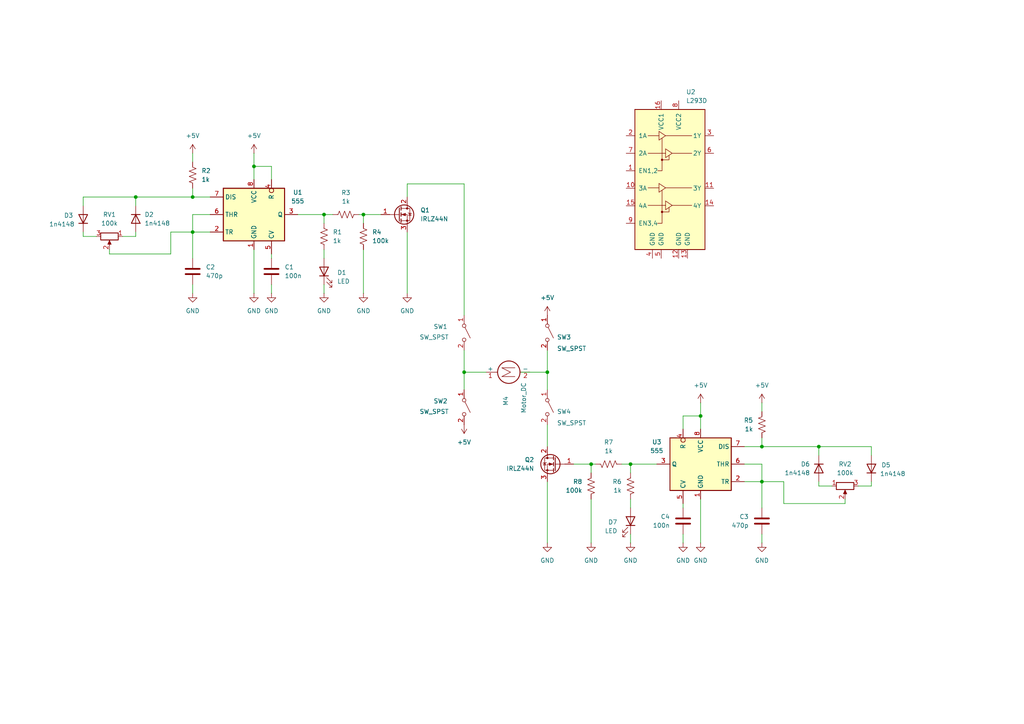
<source format=kicad_sch>
(kicad_sch (version 20250114) (generator "eeschema") (generator_version "9.0")
  (paper "A4")
  (lib_symbols
    (symbol "555_ordenado:555_wellOriented"
      (property "Reference" "U" (at 0 1.27 0))
      (property "Value" "555" (at 0 -0.762 0))
      (symbol "555_wellOriented_0_0"
        (pin power_in line (at 0 10.16 270) (length 2.54) (name "VCC") (number "8"))
        (pin power_in line (at 0 -10.16 90) (length 2.54) (name "GND") (number "1"))
      )
      (symbol "555_wellOriented_0_1"
        (rectangle (start -8.89 -7.62) (end 8.89 7.62) (stroke (width 0.254)) (fill (type background)))
        (rectangle (start -8.89 -7.62) (end 8.89 7.62) (stroke (width 0.254)) (fill (type background)))
      )
      (symbol "555_wellOriented_1_1"
        (pin input line (at -12.7 5.08 0) (length 3.81) (name "DIS") (number "7"))
        (pin input line (at -12.7 0 0) (length 3.81) (name "THR") (number "6"))
        (pin input line (at -12.7 -5.08 0) (length 3.81) (name "TR") (number "2"))
        (pin input inverted (at 5.08 10.16 270) (length 3.81) (name "R") (number "4"))
        (pin input line (at 5.08 -11.43 90) (length 3.81) (name "CV") (number "5"))
        (pin output line (at 12.7 0 180) (length 3.81) (name "Q") (number "3"))
      )
    )
    (symbol "Device:C" (pin_numbers (hide yes)) (pin_names (offset 0.254))
      (property "Reference" "C" (at 0.635 2.54 0))
      (property "Value" "C" (at 0.635 -2.54 0))
      (symbol "C_0_1"
        (polyline (pts (xy -2.032 0.762) (xy 2.032 0.762)) (stroke (width 0.508)))
        (polyline (pts (xy -2.032 -0.762) (xy 2.032 -0.762)) (stroke (width 0.508)))
      )
      (symbol "C_1_1"
        (pin passive line (at 0 3.81 270) (length 2.794) (name "~") (number "1"))
        (pin passive line (at 0 -3.81 90) (length 2.794) (name "~") (number "2"))
      )
    )
    (symbol "Device:LED" (pin_numbers (hide yes)) (pin_names (offset 1.016) (hide yes))
      (property "Reference" "D" (at 0 2.54 0))
      (property "Value" "LED" (at 0 -2.54 0))
      (symbol "LED_0_1"
        (polyline (pts (xy -3.048 -0.762) (xy -4.572 -2.286) (xy -3.81 -2.286) (xy -4.572 -2.286) (xy -4.572 -1.524)))
        (polyline (pts (xy -1.778 -0.762) (xy -3.302 -2.286) (xy -2.54 -2.286) (xy -3.302 -2.286) (xy -3.302 -1.524)))
        (polyline (pts (xy -1.27 0) (xy 1.27 0)))
        (polyline (pts (xy -1.27 -1.27) (xy -1.27 1.27)) (stroke (width 0.254)))
        (polyline (pts (xy 1.27 -1.27) (xy 1.27 1.27) (xy -1.27 0) (xy 1.27 -1.27)) (stroke (width 0.254)))
      )
      (symbol "LED_1_1"
        (pin passive line (at -3.81 0 0) (length 2.54) (name "K") (number "1"))
        (pin passive line (at 3.81 0 180) (length 2.54) (name "A") (number "2"))
      )
    )
    (symbol "Device:R_Potentiometer" (pin_names (offset 1.016) (hide yes))
      (property "Reference" "RV" (at -4.445 0 90))
      (property "Value" "R_Potentiometer" (at -2.54 0 90))
      (symbol "R_Potentiometer_0_1"
        (rectangle (start 1.016 2.54) (end -1.016 -2.54) (stroke (width 0.254)))
        (polyline (pts (xy 1.143 0) (xy 2.286 0.508) (xy 2.286 -0.508) (xy 1.143 0)) (fill (type outline)))
        (polyline (pts (xy 2.54 0) (xy 1.524 0)))
      )
      (symbol "R_Potentiometer_1_1"
        (pin passive line (at 0 3.81 270) (length 1.27) (name "1") (number "1"))
        (pin passive line (at 0 -3.81 90) (length 1.27) (name "3") (number "3"))
        (pin passive line (at 3.81 0 180) (length 1.27) (name "2") (number "2"))
      )
    )
    (symbol "Device:R_US" (pin_numbers (hide yes)) (pin_names (offset 0))
      (property "Reference" "R" (at 2.54 0 90))
      (property "Value" "R_US" (at -2.54 0 90))
      (symbol "R_US_0_1"
        (polyline (pts (xy 0 2.286) (xy 0 2.54)))
        (polyline (pts (xy 0 2.286) (xy 1.016 1.905) (xy 0 1.524) (xy -1.016 1.143) (xy 0 0.762)))
        (polyline (pts (xy 0 0.762) (xy 1.016 0.381) (xy 0 0) (xy -1.016 -0.381) (xy 0 -0.762)))
        (polyline (pts (xy 0 -0.762) (xy 1.016 -1.143) (xy 0 -1.524) (xy -1.016 -1.905) (xy 0 -2.286)))
        (polyline (pts (xy 0 -2.286) (xy 0 -2.54)))
      )
      (symbol "R_US_1_1"
        (pin passive line (at 0 3.81 270) (length 1.27) (name "~") (number "1"))
        (pin passive line (at 0 -3.81 90) (length 1.27) (name "~") (number "2"))
      )
    )
    (symbol "Diode:1N4148WT" (pin_numbers (hide yes)) (pin_names (hide yes))
      (property "Reference" "D" (at 0 2.54 0))
      (property "Value" "1N4148WT" (at 0 -2.54 0))
      (symbol "1N4148WT_0_1"
        (polyline (pts (xy -1.27 1.27) (xy -1.27 -1.27)) (stroke (width 0.254)))
        (polyline (pts (xy 1.27 1.27) (xy 1.27 -1.27) (xy -1.27 0) (xy 1.27 1.27)) (stroke (width 0.254)))
        (polyline (pts (xy 1.27 0) (xy -1.27 0)))
      )
      (symbol "1N4148WT_1_1"
        (pin passive line (at -3.81 0 0) (length 2.54) (name "K") (number "1"))
        (pin passive line (at 3.81 0 180) (length 2.54) (name "A") (number "2"))
      )
    )
    (symbol "Driver_Motor:L293D" (pin_names (offset 1.016))
      (property "Reference" "U" (at -5.08 26.035 0))
      (property "Value" "L293D" (at -5.08 24.13 0))
      (symbol "L293D_0_1"
        (rectangle (start -10.16 22.86) (end 10.16 -17.78) (stroke (width 0.254)) (fill (type background)))
        (polyline (pts (xy -6.35 15.24) (xy -3.175 15.24)))
        (polyline (pts (xy -6.35 10.16) (xy -1.27 10.16)))
        (polyline (pts (xy -6.35 0.127) (xy -3.175 0.127)))
        (polyline (pts (xy -6.35 -4.953) (xy -1.27 -4.953)))
        (polyline (pts (xy -3.175 16.51) (xy -3.175 13.97) (xy -1.27 15.24) (xy -3.175 16.51)))
        (polyline (pts (xy -3.175 1.397) (xy -3.175 -1.143) (xy -1.27 0.127) (xy -3.175 1.397)))
        (polyline (pts (xy -2.286 14.478) (xy -2.286 5.08) (xy -3.556 5.08)))
        (circle (center -2.286 8.255) (radius 0.254) (fill (type outline)))
        (polyline (pts (xy -2.286 8.255) (xy -0.254 8.255) (xy -0.254 9.525)))
        (polyline (pts (xy -2.286 -0.635) (xy -2.286 -10.16) (xy -3.556 -10.16)))
        (circle (center -2.286 -6.858) (radius 0.254) (fill (type outline)))
        (polyline (pts (xy -2.286 -6.858) (xy -0.254 -6.858) (xy -0.254 -5.588)))
        (polyline (pts (xy -1.27 15.24) (xy 6.35 15.24)))
        (polyline (pts (xy -1.27 11.43) (xy -1.27 8.89) (xy 0.635 10.16) (xy -1.27 11.43)))
        (polyline (pts (xy -1.27 0.127) (xy 6.35 0.127)))
        (polyline (pts (xy -1.27 -3.683) (xy -1.27 -6.223) (xy 0.635 -4.953) (xy -1.27 -3.683)))
        (polyline (pts (xy 0.635 10.16) (xy 6.35 10.16)))
        (polyline (pts (xy 0.635 -4.953) (xy 6.35 -4.953)))
      )
      (symbol "L293D_1_1"
        (pin input line (at -12.7 15.24 0) (length 2.54) (name "1A") (number "2"))
        (pin input line (at -12.7 10.16 0) (length 2.54) (name "2A") (number "7"))
        (pin input line (at -12.7 5.08 0) (length 2.54) (name "EN1,2") (number "1"))
        (pin input line (at -12.7 0 0) (length 2.54) (name "3A") (number "10"))
        (pin input line (at -12.7 -5.08 0) (length 2.54) (name "4A") (number "15"))
        (pin input line (at -12.7 -10.16 0) (length 2.54) (name "EN3,4") (number "9"))
        (pin power_in line (at -5.08 -20.32 90) (length 2.54) (name "GND") (number "4"))
        (pin power_in line (at -2.54 25.4 270) (length 2.54) (name "VCC1") (number "16"))
        (pin power_in line (at -2.54 -20.32 90) (length 2.54) (name "GND") (number "5"))
        (pin power_in line (at 2.54 25.4 270) (length 2.54) (name "VCC2") (number "8"))
        (pin power_in line (at 2.54 -20.32 90) (length 2.54) (name "GND") (number "12"))
        (pin power_in line (at 5.08 -20.32 90) (length 2.54) (name "GND") (number "13"))
        (pin output line (at 12.7 15.24 180) (length 2.54) (name "1Y") (number "3"))
        (pin output line (at 12.7 10.16 180) (length 2.54) (name "2Y") (number "6"))
        (pin output line (at 12.7 0 180) (length 2.54) (name "3Y") (number "11"))
        (pin output line (at 12.7 -5.08 180) (length 2.54) (name "4Y") (number "14"))
      )
    )
    (symbol "Motor:Motor_DC" (pin_names (offset 0))
      (property "Reference" "M" (at 2.54 2.54 0))
      (property "Value" "Motor_DC" (at 2.54 -5.08 0))
      (symbol "Motor_DC_0_0"
        (polyline (pts (xy -1.27 -3.302) (xy -1.27 0.508) (xy 0 -2.032) (xy 1.27 0.508) (xy 1.27 -3.302)))
      )
      (symbol "Motor_DC_0_1"
        (polyline (pts (xy 0 2.032) (xy 0 2.54)))
        (polyline (pts (xy 0 1.7272) (xy 0 2.0828)))
        (circle (center 0 -1.524) (radius 3.2512) (stroke (width 0.254)))
        (polyline (pts (xy 0 -4.7752) (xy 0 -5.1816)))
        (polyline (pts (xy 0 -7.62) (xy 0 -7.112)))
      )
      (symbol "Motor_DC_1_1"
        (pin passive line (at 0 5.08 270) (length 2.54) (name "+") (number "1"))
        (pin passive line (at 0 -7.62 90) (length 2.54) (name "-") (number "2"))
      )
    )
    (symbol "Switch:SW_SPST" (pin_names (offset 0) (hide yes))
      (property "Reference" "SW" (at 0 3.175 0))
      (property "Value" "SW_SPST" (at 0 -2.54 0))
      (symbol "SW_SPST_0_0"
        (circle (center -2.032 0) (radius 0.508))
        (polyline (pts (xy -1.524 0.254) (xy 1.524 1.778)))
        (circle (center 2.032 0) (radius 0.508))
      )
      (symbol "SW_SPST_1_1"
        (pin passive line (at -5.08 0 0) (length 2.54) (name "A") (number "1"))
        (pin passive line (at 5.08 0 180) (length 2.54) (name "B") (number "2"))
      )
    )
    (symbol "Transistor_FET:IRLZ44N" (pin_names (hide yes))
      (property "Reference" "Q" (at 5.08 1.905 0))
      (property "Value" "IRLZ44N" (at 5.08 0 0))
      (symbol "IRLZ44N_0_1"
        (polyline (pts (xy 0.254 1.905) (xy 0.254 -1.905)) (stroke (width 0.254)))
        (polyline (pts (xy 0.254 0) (xy -2.54 0)))
        (polyline (pts (xy 0.762 2.286) (xy 0.762 1.27)) (stroke (width 0.254)))
        (polyline (pts (xy 0.762 0.508) (xy 0.762 -0.508)) (stroke (width 0.254)))
        (polyline (pts (xy 0.762 -1.27) (xy 0.762 -2.286)) (stroke (width 0.254)))
        (polyline (pts (xy 0.762 -1.778) (xy 3.302 -1.778) (xy 3.302 1.778) (xy 0.762 1.778)))
        (polyline (pts (xy 1.016 0) (xy 2.032 0.381) (xy 2.032 -0.381) (xy 1.016 0)) (fill (type outline)))
        (circle (center 1.651 0) (radius 2.794) (stroke (width 0.254)))
        (polyline (pts (xy 2.54 2.54) (xy 2.54 1.778)))
        (circle (center 2.54 1.778) (radius 0.254) (fill (type outline)))
        (circle (center 2.54 -1.778) (radius 0.254) (fill (type outline)))
        (polyline (pts (xy 2.54 -2.54) (xy 2.54 0) (xy 0.762 0)))
        (polyline (pts (xy 2.794 0.508) (xy 2.921 0.381) (xy 3.683 0.381) (xy 3.81 0.254)))
        (polyline (pts (xy 3.302 0.381) (xy 2.921 -0.254) (xy 3.683 -0.254) (xy 3.302 0.381)))
      )
      (symbol "IRLZ44N_1_1"
        (pin input line (at -5.08 0 0) (length 2.54) (name "G") (number "1"))
        (pin passive line (at 2.54 5.08 270) (length 2.54) (name "D") (number "2"))
        (pin passive line (at 2.54 -5.08 90) (length 2.54) (name "S") (number "3"))
      )
    )
    (symbol "power:+5V" (power) (pin_numbers (hide yes)) (pin_names (offset 0) (hide yes))
      (property "Value" "+5V" (at 0 3.556 0))
      (symbol "+5V_0_1"
        (polyline (pts (xy -0.762 1.27) (xy 0 2.54)))
        (polyline (pts (xy 0 2.54) (xy 0.762 1.27)))
        (polyline (pts (xy 0 0) (xy 0 2.54)))
      )
      (symbol "+5V_1_1"
        (pin power_in line (at 0 0 90) (length 0) (name "~") (number "1"))
      )
    )
    (symbol "power:GND" (power) (pin_numbers (hide yes)) (pin_names (offset 0) (hide yes))
      (property "Value" "GND" (at 0 -3.81 0))
      (symbol "GND_0_1"
        (polyline (pts (xy 0 0) (xy 0 -1.27) (xy 1.27 -1.27) (xy 0 -2.54) (xy -1.27 -1.27) (xy 0 -1.27)))
      )
      (symbol "GND_1_1"
        (pin power_in line (at 0 0 270) (length 0) (name "~") (number "1"))
      )
    )
  )
  (junction (at 182.88 134.62))
  (junction (at 203.2 120.65))
  (junction (at 55.88 57.15))
  (junction (at 93.98 62.23))
  (junction (at 105.41 62.23))
  (junction (at 158.75 107.95))
  (junction (at 73.66 48.26))
  (junction (at 39.37 57.15))
  (junction (at 134.62 107.95))
  (junction (at 55.88 67.31))
  (junction (at 171.45 134.62))
  (junction (at 237.49 129.54))
  (junction (at 220.98 139.7))
  (junction (at 220.98 129.54))
  (wire (pts (xy 60.96 62.23) (xy 55.88 62.23)))
  (wire (pts (xy 215.9 134.62) (xy 220.98 134.62)))
  (wire (pts (xy 220.98 116.84) (xy 220.98 119.38)))
  (wire (pts (xy 158.75 101.6) (xy 158.75 107.95)))
  (wire (pts (xy 78.74 82.55) (xy 78.74 85.09)))
  (wire (pts (xy 171.45 137.16) (xy 171.45 134.62)))
  (wire (pts (xy 31.75 73.66) (xy 31.75 72.39)))
  (wire (pts (xy 39.37 68.58) (xy 35.56 68.58)))
  (wire (pts (xy 105.41 64.77) (xy 105.41 62.23)))
  (wire (pts (xy 24.13 68.58) (xy 24.13 67.31)))
  (wire (pts (xy 172.72 134.62) (xy 171.45 134.62)))
  (wire (pts (xy 190.5 134.62) (xy 182.88 134.62)))
  (wire (pts (xy 237.49 129.54) (xy 237.49 132.08)))
  (wire (pts (xy 237.49 139.7) (xy 237.49 140.97)))
  (wire (pts (xy 182.88 147.32) (xy 182.88 144.78)))
  (wire (pts (xy 220.98 134.62) (xy 220.98 139.7)))
  (wire (pts (xy 237.49 140.97) (xy 241.3 140.97)))
  (wire (pts (xy 220.98 139.7) (xy 227.33 139.7)))
  (wire (pts (xy 86.36 62.23) (xy 93.98 62.23)))
  (wire (pts (xy 252.73 129.54) (xy 237.49 129.54)))
  (wire (pts (xy 227.33 139.7) (xy 227.33 146.05)))
  (wire (pts (xy 73.66 72.39) (xy 73.66 85.09)))
  (wire (pts (xy 24.13 57.15) (xy 24.13 59.69)))
  (wire (pts (xy 158.75 139.7) (xy 158.75 157.48)))
  (wire (pts (xy 220.98 147.32) (xy 220.98 139.7)))
  (wire (pts (xy 220.98 154.94) (xy 220.98 157.48)))
  (wire (pts (xy 151.13 107.95) (xy 158.75 107.95)))
  (wire (pts (xy 198.12 154.94) (xy 198.12 157.48)))
  (wire (pts (xy 134.62 107.95) (xy 134.62 113.03)))
  (wire (pts (xy 39.37 57.15) (xy 39.37 59.69)))
  (wire (pts (xy 215.9 129.54) (xy 220.98 129.54)))
  (wire (pts (xy 39.37 67.31) (xy 39.37 68.58)))
  (wire (pts (xy 60.96 57.15) (xy 55.88 57.15)))
  (wire (pts (xy 198.12 147.32) (xy 198.12 146.05)))
  (wire (pts (xy 182.88 134.62) (xy 180.34 134.62)))
  (wire (pts (xy 220.98 139.7) (xy 215.9 139.7)))
  (wire (pts (xy 93.98 82.55) (xy 93.98 85.09)))
  (wire (pts (xy 118.11 57.15) (xy 118.11 53.34)))
  (wire (pts (xy 93.98 64.77) (xy 93.98 62.23)))
  (wire (pts (xy 171.45 144.78) (xy 171.45 157.48)))
  (wire (pts (xy 182.88 137.16) (xy 182.88 134.62)))
  (wire (pts (xy 252.73 140.97) (xy 252.73 139.7)))
  (wire (pts (xy 220.98 127) (xy 220.98 129.54)))
  (wire (pts (xy 203.2 144.78) (xy 203.2 157.48)))
  (wire (pts (xy 55.88 54.61) (xy 55.88 57.15)))
  (wire (pts (xy 55.88 67.31) (xy 49.53 67.31)))
  (wire (pts (xy 134.62 107.95) (xy 140.97 107.95)))
  (wire (pts (xy 78.74 74.93) (xy 78.74 73.66)))
  (wire (pts (xy 49.53 73.66) (xy 31.75 73.66)))
  (wire (pts (xy 252.73 129.54) (xy 252.73 132.08)))
  (wire (pts (xy 203.2 116.84) (xy 203.2 120.65)))
  (wire (pts (xy 93.98 62.23) (xy 96.52 62.23)))
  (wire (pts (xy 158.75 107.95) (xy 158.75 113.03)))
  (wire (pts (xy 203.2 120.65) (xy 203.2 124.46)))
  (wire (pts (xy 105.41 62.23) (xy 110.49 62.23)))
  (wire (pts (xy 78.74 52.07) (xy 78.74 48.26)))
  (wire (pts (xy 245.11 146.05) (xy 245.11 144.78)))
  (wire (pts (xy 134.62 53.34) (xy 134.62 91.44)))
  (wire (pts (xy 39.37 57.15) (xy 55.88 57.15)))
  (wire (pts (xy 248.92 140.97) (xy 252.73 140.97)))
  (wire (pts (xy 73.66 44.45) (xy 73.66 48.26)))
  (wire (pts (xy 55.88 44.45) (xy 55.88 46.99)))
  (wire (pts (xy 118.11 53.34) (xy 134.62 53.34)))
  (wire (pts (xy 198.12 124.46) (xy 198.12 120.65)))
  (wire (pts (xy 78.74 48.26) (xy 73.66 48.26)))
  (wire (pts (xy 49.53 67.31) (xy 49.53 73.66)))
  (wire (pts (xy 171.45 134.62) (xy 166.37 134.62)))
  (wire (pts (xy 73.66 48.26) (xy 73.66 52.07)))
  (wire (pts (xy 237.49 129.54) (xy 220.98 129.54)))
  (wire (pts (xy 198.12 120.65) (xy 203.2 120.65)))
  (wire (pts (xy 55.88 74.93) (xy 55.88 67.31)))
  (wire (pts (xy 55.88 67.31) (xy 60.96 67.31)))
  (wire (pts (xy 182.88 154.94) (xy 182.88 157.48)))
  (wire (pts (xy 104.14 62.23) (xy 105.41 62.23)))
  (wire (pts (xy 158.75 123.19) (xy 158.75 129.54)))
  (wire (pts (xy 27.94 68.58) (xy 24.13 68.58)))
  (wire (pts (xy 227.33 146.05) (xy 245.11 146.05)))
  (wire (pts (xy 93.98 74.93) (xy 93.98 72.39)))
  (wire (pts (xy 105.41 72.39) (xy 105.41 85.09)))
  (wire (pts (xy 55.88 82.55) (xy 55.88 85.09)))
  (wire (pts (xy 55.88 62.23) (xy 55.88 67.31)))
  (wire (pts (xy 134.62 101.6) (xy 134.62 107.95)))
  (wire (pts (xy 118.11 67.31) (xy 118.11 85.09)))
  (wire (pts (xy 24.13 57.15) (xy 39.37 57.15)))
  (symbol (lib_id "Driver_Motor:L293D") (at 194.31 54.61 0) (unit 1)
    (property "Reference" "U2" (at 198.9933 26.67 0) (effects (justify left)))
    (property "Value" "L293D" (at 198.9933 29.21 0) (effects (justify left)))
    (property "Footprint" "Package_DIP:DIP-16_W7.62mm" (effects (hide yes)))
    (property "Datasheet" "http://www.ti.com/lit/ds/symlink/l293.pdf" (effects (hide yes)))
    (property "Description" "Quadruple Half-H Drivers" (effects (hide yes)))
  )
  (symbol (lib_id "power:+5V") (at 73.66 44.45 0) (unit 1)
    (property "Reference" "#PWR05" (effects (hide yes)))
    (property "Value" "+5V" (at 73.66 39.37 0))
    (property "Description" "Power symbol creates a global label with name \"+5V\"" (effects (hide yes)))
  )
  (symbol (lib_id "Switch:SW_SPST") (at 134.62 118.11 270) (unit 1)
    (property "Reference" "SW2" (at 125.73 116.332 90) (effects (justify left)))
    (property "Value" "SW_SPST" (at 121.666 119.38 90) (effects (justify left)))
    (property "Description" "Single Pole Single Throw (SPST) switch" (effects (hide yes)))
  )
  (symbol (lib_id "Device:R_US") (at 93.98 68.58 0) (unit 1)
    (property "Reference" "R1" (at 96.52 67.3099 0) (effects (justify left)))
    (property "Value" "1k" (at 96.52 69.8499 0) (effects (justify left)))
    (property "Description" "Resistor, US symbol" (effects (hide yes)))
  )
  (symbol (lib_id "power:GND") (at 198.12 157.48 0) (mirror y) (unit 1)
    (property "Reference" "#PWR015" (effects (hide yes)))
    (property "Value" "GND" (at 198.12 162.56 0))
    (property "Description" "Power symbol creates a global label with name \"GND\" , ground" (effects (hide yes)))
  )
  (symbol (lib_id "power:+5V") (at 134.62 123.19 180) (unit 1)
    (property "Reference" "#PWR026" (effects (hide yes)))
    (property "Value" "+5V" (at 134.62 128.27 0))
    (property "Description" "Power symbol creates a global label with name \"+5V\"" (effects (hide yes)))
  )
  (symbol (lib_id "Device:LED") (at 182.88 151.13 270) (mirror x) (unit 1)
    (property "Reference" "D7" (at 179.07 151.4474 90) (effects (justify right)))
    (property "Value" "LED" (at 179.07 153.9874 90) (effects (justify right)))
    (property "Description" "Light emitting diode" (effects (hide yes)))
    (property "Sim.Pins" "1=K 2=A" (effects (hide yes)))
  )
  (symbol (lib_id "power:GND") (at 78.74 85.09 0) (unit 1)
    (property "Reference" "#PWR04" (effects (hide yes)))
    (property "Value" "GND" (at 78.74 90.17 0))
    (property "Description" "Power symbol creates a global label with name \"GND\" , ground" (effects (hide yes)))
  )
  (symbol (lib_id "Device:R_Potentiometer") (at 245.11 140.97 90) (mirror x) (unit 1)
    (property "Reference" "RV2" (at 245.11 134.62 90))
    (property "Value" "100k" (at 245.11 137.16 90))
    (property "Description" "Potentiometer" (effects (hide yes)))
  )
  (symbol (lib_id "Device:C") (at 55.88 78.74 0) (unit 1)
    (property "Reference" "C2" (at 59.69 77.4699 0) (effects (justify left)))
    (property "Value" "470p" (at 59.69 80.0099 0) (effects (justify left)))
    (property "Description" "Unpolarized capacitor" (effects (hide yes)))
  )
  (symbol (lib_id "Device:LED") (at 93.98 78.74 90) (unit 1)
    (property "Reference" "D1" (at 97.79 79.0574 90) (effects (justify right)))
    (property "Value" "LED" (at 97.79 81.5974 90) (effects (justify right)))
    (property "Description" "Light emitting diode" (effects (hide yes)))
    (property "Sim.Pins" "1=K 2=A" (effects (hide yes)))
  )
  (symbol (lib_id "power:GND") (at 203.2 157.48 0) (mirror y) (unit 1)
    (property "Reference" "#PWR014" (effects (hide yes)))
    (property "Value" "GND" (at 203.2 162.56 0))
    (property "Description" "Power symbol creates a global label with name \"GND\" , ground" (effects (hide yes)))
  )
  (symbol (lib_id "power:GND") (at 93.98 85.09 0) (unit 1)
    (property "Reference" "#PWR01" (effects (hide yes)))
    (property "Value" "GND" (at 93.98 90.17 0))
    (property "Description" "Power symbol creates a global label with name \"GND\" , ground" (effects (hide yes)))
  )
  (symbol (lib_id "Motor:Motor_DC") (at 146.05 107.95 90) (unit 1)
    (property "Reference" "M4" (at 146.685 117.729 0) (effects (justify left)))
    (property "Value" "Motor_DC" (at 151.892 119.888 0) (effects (justify left)))
    (property "Description" "DC Motor" (effects (hide yes)))
  )
  (symbol (lib_id "Switch:SW_SPST") (at 158.75 96.52 270) (unit 1)
    (property "Reference" "SW3" (at 161.544 97.79 90) (effects (justify left)))
    (property "Value" "SW_SPST" (at 161.544 101.092 90) (effects (justify left)))
    (property "Description" "Single Pole Single Throw (SPST) switch" (effects (hide yes)))
  )
  (symbol (lib_id "Switch:SW_SPST") (at 134.62 96.52 270) (unit 1)
    (property "Reference" "SW1" (at 125.73 94.742 90) (effects (justify left)))
    (property "Value" "SW_SPST" (at 121.666 97.79 90) (effects (justify left)))
    (property "Description" "Single Pole Single Throw (SPST) switch" (effects (hide yes)))
  )
  (symbol (lib_id "Device:R_US") (at 182.88 140.97 0) (mirror y) (unit 1)
    (property "Reference" "R6" (at 180.34 139.6999 0) (effects (justify left)))
    (property "Value" "1k" (at 180.34 142.2399 0) (effects (justify left)))
    (property "Description" "Resistor, US symbol" (effects (hide yes)))
  )
  (symbol (lib_id "Device:C") (at 78.74 78.74 0) (unit 1)
    (property "Reference" "C1" (at 82.55 77.4699 0) (effects (justify left)))
    (property "Value" "100n" (at 82.55 80.0099 0) (effects (justify left)))
    (property "Description" "Unpolarized capacitor" (effects (hide yes)))
  )
  (symbol (lib_id "Device:R_US") (at 171.45 140.97 0) (mirror y) (unit 1)
    (property "Reference" "R8" (at 168.91 139.6999 0) (effects (justify left)))
    (property "Value" "100k" (at 168.91 142.2399 0) (effects (justify left)))
    (property "Description" "Resistor, US symbol" (effects (hide yes)))
  )
  (symbol (lib_id "power:+5V") (at 203.2 116.84 0) (mirror y) (unit 1)
    (property "Reference" "#PWR013" (effects (hide yes)))
    (property "Value" "+5V" (at 203.2 111.76 0))
    (property "Description" "Power symbol creates a global label with name \"+5V\"" (effects (hide yes)))
  )
  (symbol (lib_id "Diode:1N4148WT") (at 252.73 135.89 270) (mirror x) (unit 1)
    (property "Reference" "D5" (at 258.318 134.874 90) (effects (justify right)))
    (property "Value" "1n4148" (at 262.636 137.414 90) (effects (justify right)))
    (property "Footprint" "Diode_SMD:D_SOD-523" (effects (hide yes)))
    (property "Datasheet" "https://www.diodes.com/assets/Datasheets/ds30396.pdf" (effects (hide yes)))
    (property "Description" "75V 0.15A Fast switching Diode, SOD-523" (effects (hide yes)))
    (property "Sim.Device" "D" (effects (hide yes)))
    (property "Sim.Pins" "1=K 2=A" (effects (hide yes)))
  )
  (symbol (lib_id "Diode:1N4148WT") (at 237.49 135.89 90) (mirror x) (unit 1)
    (property "Reference" "D6" (at 234.95 134.6199 90) (effects (justify left)))
    (property "Value" "1n4148" (at 234.95 137.1599 90) (effects (justify left)))
    (property "Footprint" "Diode_SMD:D_SOD-523" (effects (hide yes)))
    (property "Datasheet" "https://www.diodes.com/assets/Datasheets/ds30396.pdf" (effects (hide yes)))
    (property "Description" "75V 0.15A Fast switching Diode, SOD-523" (effects (hide yes)))
    (property "Sim.Device" "D" (effects (hide yes)))
    (property "Sim.Pins" "1=K 2=A" (effects (hide yes)))
  )
  (symbol (lib_id "Device:R_US") (at 105.41 68.58 0) (unit 1)
    (property "Reference" "R4" (at 107.95 67.3099 0) (effects (justify left)))
    (property "Value" "100k" (at 107.95 69.8499 0) (effects (justify left)))
    (property "Description" "Resistor, US symbol" (effects (hide yes)))
  )
  (symbol (lib_id "Switch:SW_SPST") (at 158.75 118.11 270) (unit 1)
    (property "Reference" "SW4" (at 161.544 119.38 90) (effects (justify left)))
    (property "Value" "SW_SPST" (at 161.544 122.682 90) (effects (justify left)))
    (property "Description" "Single Pole Single Throw (SPST) switch" (effects (hide yes)))
  )
  (symbol (lib_id "power:GND") (at 105.41 85.09 0) (unit 1)
    (property "Reference" "#PWR08" (effects (hide yes)))
    (property "Value" "GND" (at 105.41 90.17 0))
    (property "Description" "Power symbol creates a global label with name \"GND\" , ground" (effects (hide yes)))
  )
  (symbol (lib_id "Device:R_US") (at 55.88 50.8 0) (unit 1)
    (property "Reference" "R2" (at 58.42 49.5299 0) (effects (justify left)))
    (property "Value" "1k" (at 58.42 52.0699 0) (effects (justify left)))
    (property "Description" "Resistor, US symbol" (effects (hide yes)))
  )
  (symbol (lib_id "Device:R_Potentiometer") (at 31.75 68.58 270) (unit 1)
    (property "Reference" "RV1" (at 31.75 62.23 90))
    (property "Value" "100k" (at 31.75 64.77 90))
    (property "Description" "Potentiometer" (effects (hide yes)))
  )
  (symbol (lib_id "power:GND") (at 73.66 85.09 0) (unit 1)
    (property "Reference" "#PWR03" (effects (hide yes)))
    (property "Value" "GND" (at 73.66 90.17 0))
    (property "Description" "Power symbol creates a global label with name \"GND\" , ground" (effects (hide yes)))
  )
  (symbol (lib_id "power:GND") (at 118.11 85.09 0) (unit 1)
    (property "Reference" "#PWR09" (effects (hide yes)))
    (property "Value" "GND" (at 118.11 90.17 0))
    (property "Description" "Power symbol creates a global label with name \"GND\" , ground" (effects (hide yes)))
  )
  (symbol (lib_id "power:GND") (at 171.45 157.48 0) (mirror y) (unit 1)
    (property "Reference" "#PWR016" (effects (hide yes)))
    (property "Value" "GND" (at 171.45 162.56 0))
    (property "Description" "Power symbol creates a global label with name \"GND\" , ground" (effects (hide yes)))
  )
  (symbol (lib_id "Device:R_US") (at 100.33 62.23 90) (unit 1)
    (property "Reference" "R3" (at 100.33 55.88 90))
    (property "Value" "1k" (at 100.33 58.42 90))
    (property "Description" "Resistor, US symbol" (effects (hide yes)))
  )
  (symbol (lib_id "power:GND") (at 55.88 85.09 0) (unit 1)
    (property "Reference" "#PWR07" (effects (hide yes)))
    (property "Value" "GND" (at 55.88 90.17 0))
    (property "Description" "Power symbol creates a global label with name \"GND\" , ground" (effects (hide yes)))
  )
  (symbol (lib_id "Device:C") (at 198.12 151.13 0) (mirror y) (unit 1)
    (property "Reference" "C4" (at 194.31 149.8599 0) (effects (justify left)))
    (property "Value" "100n" (at 194.31 152.3999 0) (effects (justify left)))
    (property "Description" "Unpolarized capacitor" (effects (hide yes)))
  )
  (symbol (lib_id "power:GND") (at 220.98 157.48 0) (mirror y) (unit 1)
    (property "Reference" "#PWR012" (effects (hide yes)))
    (property "Value" "GND" (at 220.98 162.56 0))
    (property "Description" "Power symbol creates a global label with name \"GND\" , ground" (effects (hide yes)))
  )
  (symbol (lib_id "Diode:1N4148WT") (at 24.13 63.5 90) (unit 1)
    (property "Reference" "D3" (at 18.542 62.484 90) (effects (justify right)))
    (property "Value" "1n4148" (at 14.224 65.024 90) (effects (justify right)))
    (property "Footprint" "Diode_SMD:D_SOD-523" (effects (hide yes)))
    (property "Datasheet" "https://www.diodes.com/assets/Datasheets/ds30396.pdf" (effects (hide yes)))
    (property "Description" "75V 0.15A Fast switching Diode, SOD-523" (effects (hide yes)))
    (property "Sim.Device" "D" (effects (hide yes)))
    (property "Sim.Pins" "1=K 2=A" (effects (hide yes)))
  )
  (symbol (lib_id "power:GND") (at 158.75 157.48 0) (mirror y) (unit 1)
    (property "Reference" "#PWR018" (effects (hide yes)))
    (property "Value" "GND" (at 158.75 162.56 0))
    (property "Description" "Power symbol creates a global label with name \"GND\" , ground" (effects (hide yes)))
  )
  (symbol (lib_id "Device:R_US") (at 176.53 134.62 270) (mirror x) (unit 1)
    (property "Reference" "R7" (at 176.53 128.27 90))
    (property "Value" "1k" (at 176.53 130.81 90))
    (property "Description" "Resistor, US symbol" (effects (hide yes)))
  )
  (symbol (lib_id "Diode:1N4148WT") (at 39.37 63.5 270) (unit 1)
    (property "Reference" "D2" (at 41.91 62.2299 90) (effects (justify left)))
    (property "Value" "1n4148" (at 41.91 64.7699 90) (effects (justify left)))
    (property "Footprint" "Diode_SMD:D_SOD-523" (effects (hide yes)))
    (property "Datasheet" "https://www.diodes.com/assets/Datasheets/ds30396.pdf" (effects (hide yes)))
    (property "Description" "75V 0.15A Fast switching Diode, SOD-523" (effects (hide yes)))
    (property "Sim.Device" "D" (effects (hide yes)))
    (property "Sim.Pins" "1=K 2=A" (effects (hide yes)))
  )
  (symbol (lib_id "555_ordenado:555_wellOriented") (at 73.66 62.23 0) (unit 1)
    (property "Reference" "U1" (at 86.36 55.8098 0))
    (property "Value" "555" (at 86.36 58.3498 0))
    (property "Footprint" "Package_DIP:DIP-8_W7.62mm_Socket_LongPads" (effects (hide yes)))
  )
  (symbol (lib_id "power:GND") (at 182.88 157.48 0) (mirror y) (unit 1)
    (property "Reference" "#PWR02" (effects (hide yes)))
    (property "Value" "GND" (at 182.88 162.56 0))
    (property "Description" "Power symbol creates a global label with name \"GND\" , ground" (effects (hide yes)))
  )
  (symbol (lib_id "Transistor_FET:IRLZ44N") (at 115.57 62.23 0) (unit 1)
    (property "Reference" "Q1" (at 121.92 60.9599 0) (effects (justify left)))
    (property "Value" "IRLZ44N" (at 121.92 63.4999 0) (effects (justify left)))
    (property "Footprint" "Package_TO_SOT_THT:TO-220-3_Vertical" (effects (hide yes)))
    (property "Datasheet" "http://www.irf.com/product-info/datasheets/data/irlz44n.pdf" (effects (hide yes)))
    (property "Description" "47A Id, 55V Vds, 22mOhm Rds Single N-Channel HEXFET Power MOSFET, TO-220AB" (effects (hide yes)))
  )
  (symbol (lib_id "power:+5V") (at 158.75 91.44 0) (unit 1)
    (property "Reference" "#PWR025" (effects (hide yes)))
    (property "Value" "+5V" (at 158.75 86.36 0))
    (property "Description" "Power symbol creates a global label with name \"+5V\"" (effects (hide yes)))
  )
  (symbol (lib_id "Device:R_US") (at 220.98 123.19 0) (mirror y) (unit 1)
    (property "Reference" "R5" (at 218.44 121.9199 0) (effects (justify left)))
    (property "Value" "1k" (at 218.44 124.4599 0) (effects (justify left)))
    (property "Description" "Resistor, US symbol" (effects (hide yes)))
  )
  (symbol (lib_id "power:+5V") (at 220.98 116.84 0) (mirror y) (unit 1)
    (property "Reference" "#PWR011" (effects (hide yes)))
    (property "Value" "+5V" (at 220.98 111.76 0))
    (property "Description" "Power symbol creates a global label with name \"+5V\"" (effects (hide yes)))
  )
  (symbol (lib_id "Transistor_FET:IRLZ44N") (at 161.29 134.62 0) (mirror y) (unit 1)
    (property "Reference" "Q2" (at 154.94 133.3499 0) (effects (justify left)))
    (property "Value" "IRLZ44N" (at 154.94 135.8899 0) (effects (justify left)))
    (property "Footprint" "Package_TO_SOT_THT:TO-220-3_Vertical" (effects (hide yes)))
    (property "Datasheet" "http://www.irf.com/product-info/datasheets/data/irlz44n.pdf" (effects (hide yes)))
    (property "Description" "47A Id, 55V Vds, 22mOhm Rds Single N-Channel HEXFET Power MOSFET, TO-220AB" (effects (hide yes)))
  )
  (symbol (lib_id "555_ordenado:555_wellOriented") (at 203.2 134.62 0) (mirror y) (unit 1)
    (property "Reference" "U3" (at 190.5 128.1998 0))
    (property "Value" "555" (at 190.5 130.7398 0))
    (property "Footprint" "Package_DIP:DIP-8_W7.62mm_Socket_LongPads" (effects (hide yes)))
  )
  (symbol (lib_id "power:+5V") (at 55.88 44.45 0) (unit 1)
    (property "Reference" "#PWR06" (effects (hide yes)))
    (property "Value" "+5V" (at 55.88 39.37 0))
    (property "Description" "Power symbol creates a global label with name \"+5V\"" (effects (hide yes)))
  )
  (symbol (lib_id "Device:C") (at 220.98 151.13 0) (mirror y) (unit 1)
    (property "Reference" "C3" (at 217.17 149.8599 0) (effects (justify left)))
    (property "Value" "470p" (at 217.17 152.3999 0) (effects (justify left)))
    (property "Description" "Unpolarized capacitor" (effects (hide yes)))
  )
)
</source>
